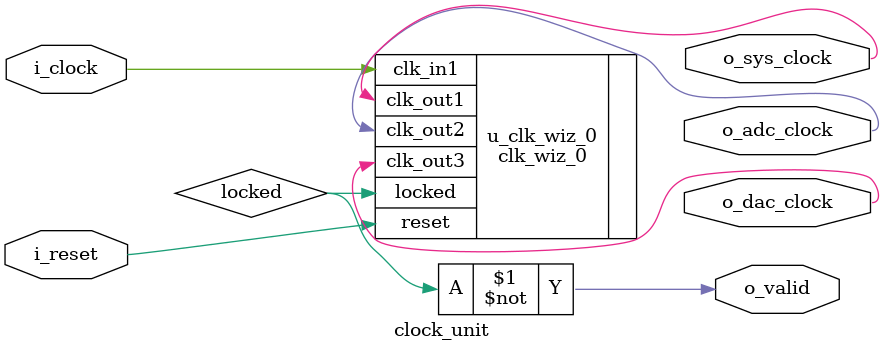
<source format=v>
`timescale 1ns / 1ps
`default_nettype none

module clock_unit
(
    input  wire i_clock,
    input  wire i_reset,
    output wire o_sys_clock,
    output wire o_adc_clock,
    output wire o_dac_clock,
    output wire o_valid
);
    
    wire        locked;
    
    assign  o_valid =   ~locked;

    /*
               <--- IP Configuration --->
        clk_in1     =   125 MHz
        clk_out1    =   100 MHz
        clk_out2    =   400 MHz
        clk_out3    =   100 MHz (shifted 90)
    */
    clk_wiz_0
    u_clk_wiz_0
    (
        .clk_out1           ( o_sys_clock   ),
        .clk_out2           ( o_adc_clock   ),
        .clk_out3           ( o_dac_clock   ),
        .reset              ( i_reset       ),
        .locked             ( locked        ),
        .clk_in1            ( i_clock       )
    );
    
endmodule

`default_nettype wire

</source>
